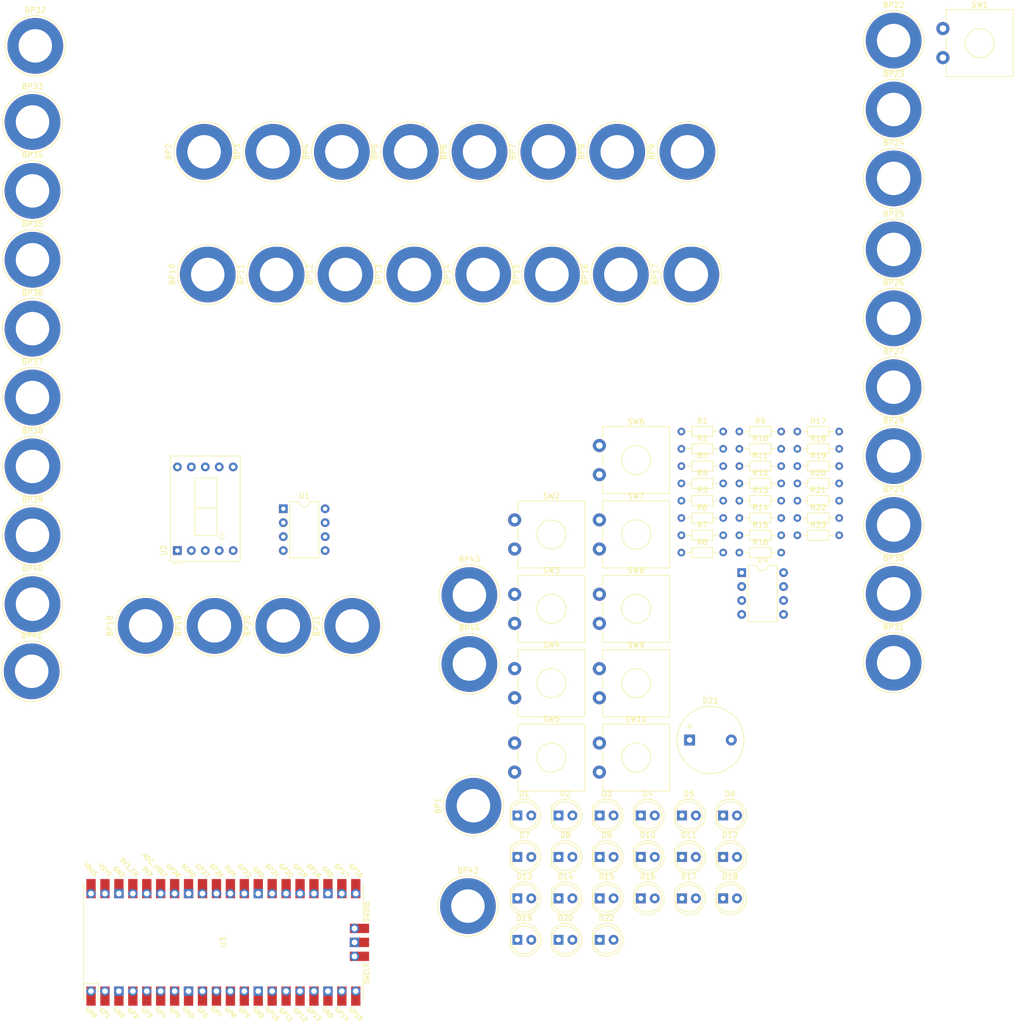
<source format=kicad_pcb>
(kicad_pcb (version 20221018) (generator pcbnew)
  (layers (0 "F.Cu" signal) (31 "B.Cu" signal) (34 "B.Paste" user) (35 "F.Paste" user) (36 "B.SilkS" user "B.Silkscreen") (37 "F.SilkS" user "F.Silkscreen") (38 "B.Mask" user) (39 "F.Mask" user) (44 "Edge.Cuts" user))
  (net 0 "")
  (net 1 "GNDREF")
  (net 2 "Net-(D16-K)")
  (net 3 "Net-(D5-K)")
  (net 4 "Net-(D6-K)")
  (net 5 "Net-(D7-K)")
  (net 6 "Net-(D8-K)")
  (net 7 "Net-(D9-K)")
  (net 8 "Net-(D10-K)")
  (net 9 "Net-(D11-K)")
  (net 10 "Net-(D12-K)")
  (net 11 "Net-(D13-K)")
  (net 12 "Net-(D14-K)")
  (net 13 "Net-(D15-K)")
  (net 14 "Net-(D17-K)")
  (net 15 "Net-(D18-K)")
  (net 16 "Net-(D19-K)")
  (net 17 "Net-(D20-K)")
  (net 18 "Net-(D22-K)")
  (net 19 "Net-(U4--)")
  (net 20 "+5V")
  (net 21 "Net-(D4-K)")
  (net 22 "Net-(D3-K)")
  (net 23 "Net-(D2-K)")
  (net 24 "Net-(D1-K)")
  (net 26 "/V(input)")
  (net 28 "Net-(D22-A)")
  (net 30 "Net-(BP19-A)")
  (net 31 "Net-(BP20-A)")
  (net 32 "VDD")
  (net 33 "Net-(BP21-A)")
  (net 34 "Net-(BP18-A)")
  (net 35 "Vss")
  (net 48 "Net-(BP10-A)")
  (net 50 "Net-(BP11-A)")
  (net 52 "Net-(BP12-A)")
  (net 53 "Net-(BP13-A)")
  (net 54 "/automated testing (output lines)")
  (net 55 "Net-(BP15-A)")
  (net 57 "Net-(BP16-A)")
  (net 58 "Net-(BP17-A)")
  (net 59 "Net-(BP9-A)")
  (net 60 "Net-(BP8-A)")
  (net 62 "Net-(BP7-A)")
  (net 63 "Net-(BP6-A)")
  (net 64 "Net-(BP5-A)")
  (net 65 "Net-(BP4-A)")
  (net 67 "Net-(BP3-A)")
  (net 68 "Net-(BP2-A)")
  (net 72 "/clock signal(variable via lcd)")
  (net 74 "/Voltmeter Input Line")
  (net 78 "Net-(BP24-A)")
  (net 79 "Net-(BP36-A)")
  (net 80 "Net-(BP35-A)")
  (net 81 "Net-(BP34-A)")
  (net 82 "Net-(BP33-A)")
  (net 83 "Net-(BP32-A)")
  (net 84 "Net-(BP37-A)")
  (net 85 "Net-(BP38-A)")
  (net 86 "Net-(BP39-A)")
  (net 87 "Net-(BP40-A)")
  (net 88 "Net-(BP41-A)")
  (net 89 "Net-(BP22-A)")
  (net 90 "Net-(BP23-A)")
  (net 91 "Net-(BP25-A)")
  (net 92 "Net-(BP26-A)")
  (net 93 "Net-(BP27-A)")
  (net 94 "Net-(BP28-A)")
  (net 95 "Net-(BP29-A)")
  (net 96 "Net-(BP30-A)")
  (net 97 "Net-(BP31-A)")
  (net 98 "Net-(U1-Qe)")
  (net 99 "Net-(U1-Qd)")
  (net 100 "Net-(U1-Qc)")
  (net 102 "Net-(U1-Qb)")
  (net 103 "Net-(U1-Qa)")
  (net 104 "Net-(U1-Qf)")
  (net 105 "Net-(U1-Qg)")
  (net 106 "Net-(BP43-A)")
  (footprint "Connector:Banana_Jack_1Pin" (layer "F.Cu") (at 10.668 67.772)
    (fp_text reference "BP36" (at 0 -6.5) (layer "F.SilkS"))
    (fp_text value "banana plug")
    (pad "1" thru_hole circle (at 0 0) (size 10.16 10.16) (drill 6.1) (layers "*.Cu" "*.Mask") (net 79 "Net-(BP36-A)"))
  )
  (footprint "LED_THT:LED_D5.0mm_IRGrey" (layer "F.Cu") (at 114.052 164.016)
    (fp_text reference "D9" (at 1.27 -3.96) (layer "F.SilkS"))
    (fp_text value "CQY99")
    (pad "1" thru_hole rect (at 0 0) (size 1.8 1.8) (drill 0.9) (layers "*.Cu" "*.Mask") (net 7 "Net-(D9-K)"))
    (pad "2" thru_hole circle (at 2.54 0) (size 1.8 1.8) (drill 0.9) (layers "*.Cu" "*.Mask") (net 87 "Net-(BP40-A)"))
  )
  (footprint "Resistor_THT:R_Axial_DIN0204_L3.6mm_D1.6mm_P7.62mm_Horizontal" (layer "F.Cu") (at 139.522 92.816)
    (fp_text reference "R11" (at 3.81 -1.92) (layer "F.SilkS"))
    (fp_text value "330")
    (pad "1" thru_hole circle (at 0 0) (size 1.4 1.4) (drill 0.7) (layers "*.Cu" "*.Mask") (net 1 "GNDREF"))
    (pad "2" thru_hole oval (at 7.62 0) (size 1.4 1.4) (drill 0.7) (layers "*.Cu" "*.Mask") (net 9 "Net-(D11-K)"))
  )
  (footprint "Resistor_THT:R_Axial_DIN0204_L3.6mm_D1.6mm_P7.62mm_Horizontal" (layer "F.Cu") (at 139.522 108.566)
    (fp_text reference "R16" (at 3.81 -1.92) (layer "F.SilkS"))
    (fp_text value "330")
    (pad "1" thru_hole circle (at 0 0) (size 1.4 1.4) (drill 0.7) (layers "*.Cu" "*.Mask") (net 1 "GNDREF"))
    (pad "2" thru_hole oval (at 7.62 0) (size 1.4 1.4) (drill 0.7) (layers "*.Cu" "*.Mask") (net 2 "Net-(D16-K)"))
  )
  (footprint "LED_THT:LED_D5.0mm_IRGrey" (layer "F.Cu") (at 129.052 171.566)
    (fp_text reference "D17" (at 1.27 -3.96) (layer "F.SilkS"))
    (fp_text value "CQY99")
    (pad "1" thru_hole rect (at 0 0) (size 1.8 1.8) (drill 0.9) (layers "*.Cu" "*.Mask") (net 14 "Net-(D17-K)"))
    (pad "2" thru_hole circle (at 2.54 0) (size 1.8 1.8) (drill 0.9) (layers "*.Cu" "*.Mask") (net 94 "Net-(BP28-A)"))
  )
  (footprint "Package_DIP:DIP-8_W7.62mm" (layer "F.Cu") (at 139.952 112.216)
    (fp_text reference "U4" (at 3.81 -2.33) (layer "F.SilkS"))
    (fp_text value "LM741")
    (pad "1" thru_hole rect (at 0 0) (size 1.6 1.6) (drill 0.8) (layers "*.Cu" "*.Mask"))
    (pad "2" thru_hole oval (at 0 2.54) (size 1.6 1.6) (drill 0.8) (layers "*.Cu" "*.Mask") (net 19 "Net-(U4--)"))
    (pad "3" thru_hole oval (at 0 5.08) (size 1.6 1.6) (drill 0.8) (layers "*.Cu" "*.Mask") (net 26 "/V(input)"))
    (pad "4" thru_hole oval (at 0 7.62) (size 1.6 1.6) (drill 0.8) (layers "*.Cu" "*.Mask") (net 1 "GNDREF"))
    (pad "5" thru_hole oval (at 7.62 7.62) (size 1.6 1.6) (drill 0.8) (layers "*.Cu" "*.Mask"))
    (pad "6" thru_hole oval (at 7.62 5.08) (size 1.6 1.6) (drill 0.8) (layers "*.Cu" "*.Mask") (net 28 "Net-(D22-A)"))
    (pad "7" thru_hole oval (at 7.62 2.54) (size 1.6 1.6) (drill 0.8) (layers "*.Cu" "*.Mask") (net 20 "+5V"))
    (pad "8" thru_hole oval (at 7.62 0) (size 1.6 1.6) (drill 0.8) (layers "*.Cu" "*.Mask"))
  )
  (footprint "Connector:Banana_Jack_1Pin" (layer "F.Cu") (at 130.048 35.56 90)
    (fp_text reference "BP9" (at 0 -6.5 90) (layer "F.SilkS"))
    (fp_text value "banana plug")
    (pad "1" thru_hole circle (at 0 0 90) (size 10.16 10.16) (drill 6.1) (layers "*.Cu" "*.Mask") (net 59 "Net-(BP9-A)"))
  )
  (footprint "Connector:Banana_Jack_1Pin" (layer "F.Cu") (at 43.838 121.92 90)
    (fp_text reference "BP19" (at 0 -6.5 90) (layer "F.SilkS"))
    (fp_text value "banana plug")
    (pad "1" thru_hole circle (at 0 0 90) (size 10.16 10.16) (drill 6.1) (layers "*.Cu" "*.Mask") (net 30 "Net-(BP19-A)"))
  )
  (footprint "Resistor_THT:R_Axial_DIN0204_L3.6mm_D1.6mm_P7.62mm_Horizontal" (layer "F.Cu") (at 139.522 95.966)
    (fp_text reference "R12" (at 3.81 -1.92) (layer "F.SilkS"))
    (fp_text value "330")
    (pad "1" thru_hole circle (at 0 0) (size 1.4 1.4) (drill 0.7) (layers "*.Cu" "*.Mask") (net 1 "GNDREF"))
    (pad "2" thru_hole oval (at 7.62 0) (size 1.4 1.4) (drill 0.7) (layers "*.Cu" "*.Mask") (net 10 "Net-(D12-K)"))
  )
  (footprint "Resistor_THT:R_Axial_DIN0204_L3.6mm_D1.6mm_P7.62mm_Horizontal" (layer "F.Cu") (at 139.522 102.266)
    (fp_text reference "R14" (at 3.81 -1.92) (layer "F.SilkS"))
    (fp_text value "330")
    (pad "1" thru_hole circle (at 0 0) (size 1.4 1.4) (drill 0.7) (layers "*.Cu" "*.Mask") (net 1 "GNDREF"))
    (pad "2" thru_hole oval (at 7.62 0) (size 1.4 1.4) (drill 0.7) (layers "*.Cu" "*.Mask") (net 12 "Net-(D14-K)"))
  )
  (footprint "LED_THT:LED_D5.0mm_IRGrey" (layer "F.Cu") (at 121.552 156.466)
    (fp_text reference "D4" (at 1.27 -3.96) (layer "F.SilkS"))
    (fp_text value "CQY99")
    (pad "1" thru_hole rect (at 0 0) (size 1.8 1.8) (drill 0.9) (layers "*.Cu" "*.Mask") (net 21 "Net-(D4-K)"))
    (pad "2" thru_hole circle (at 2.54 0) (size 1.8 1.8) (drill 0.9) (layers "*.Cu" "*.Mask") (net 80 "Net-(BP35-A)"))
  )
  (footprint "Resistor_THT:R_Axial_DIN0204_L3.6mm_D1.6mm_P7.62mm_Horizontal" (layer "F.Cu") (at 150.092 92.816)
    (fp_text reference "R19" (at 3.81 -1.92) (layer "F.SilkS"))
    (fp_text value "330")
    (pad "1" thru_hole circle (at 0 0) (size 1.4 1.4) (drill 0.7) (layers "*.Cu" "*.Mask") (net 1 "GNDREF"))
    (pad "2" thru_hole oval (at 7.62 0) (size 1.4 1.4) (drill 0.7) (layers "*.Cu" "*.Mask") (net 16 "Net-(D19-K)"))
  )
  (footprint "Connector:Banana_Jack_1Pin" (layer "F.Cu") (at 11.176 16.256)
    (fp_text reference "BP32" (at 0 -6.5) (layer "F.SilkS"))
    (fp_text value "banana plug")
    (pad "1" thru_hole circle (at 0 0) (size 10.16 10.16) (drill 6.1) (layers "*.Cu" "*.Mask") (net 83 "Net-(BP32-A)"))
  )
  (footprint "LED_THT:LED_D5.0mm_IRGrey" (layer "F.Cu") (at 121.552 164.016)
    (fp_text reference "D10" (at 1.27 -3.96) (layer "F.SilkS"))
    (fp_text value "CQY99")
    (pad "1" thru_hole rect (at 0 0) (size 1.8 1.8) (drill 0.9) (layers "*.Cu" "*.Mask") (net 8 "Net-(D10-K)"))
    (pad "2" thru_hole circle (at 2.54 0) (size 1.8 1.8) (drill 0.9) (layers "*.Cu" "*.Mask") (net 88 "Net-(BP41-A)"))
  )
  (footprint "LED_THT:LED_D5.0mm_IRGrey" (layer "F.Cu") (at 136.552 156.466)
    (fp_text reference "D6" (at 1.27 -3.96) (layer "F.SilkS"))
    (fp_text value "CQY99")
    (pad "1" thru_hole rect (at 0 0) (size 1.8 1.8) (drill 0.9) (layers "*.Cu" "*.Mask") (net 4 "Net-(D6-K)"))
    (pad "2" thru_hole circle (at 2.54 0) (size 1.8 1.8) (drill 0.9) (layers "*.Cu" "*.Mask") (net 84 "Net-(BP37-A)"))
  )
  (footprint "Resistor_THT:R_Axial_DIN0204_L3.6mm_D1.6mm_P7.62mm_Horizontal" (layer "F.Cu") (at 128.952 102.266)
    (fp_text reference "R6" (at 3.81 -1.92) (layer "F.SilkS"))
    (fp_text value "330")
    (pad "1" thru_hole circle (at 0 0) (size 1.4 1.4) (drill 0.7) (layers "*.Cu" "*.Mask") (net 1 "GNDREF"))
    (pad "2" thru_hole oval (at 7.62 0) (size 1.4 1.4) (drill 0.7) (layers "*.Cu" "*.Mask") (net 4 "Net-(D6-K)"))
  )
  (footprint "Connector:Banana_Jack_1Pin" (layer "F.Cu") (at 167.64 103.54)
    (fp_text reference "BP29" (at 0 -6.5) (layer "F.SilkS"))
    (fp_text value "banana plug")
    (pad "1" thru_hole circle (at 0 0) (size 10.16 10.16) (drill 6.1) (layers "*.Cu" "*.Mask") (net 95 "Net-(BP29-A)"))
  )
  (footprint "Resistor_THT:R_Axial_DIN0204_L3.6mm_D1.6mm_P7.62mm_Horizontal" (layer "F.Cu") (at 150.092 102.266)
    (fp_text reference "R22" (at 3.81 -1.92) (layer "F.SilkS"))
    (fp_text value "330")
    (pad "1" thru_hole circle (at 0 0) (size 1.4 1.4) (drill 0.7) (layers "*.Cu" "*.Mask") (net 1 "GNDREF"))
    (pad "2" thru_hole oval (at 7.62 0) (size 1.4 1.4) (drill 0.7) (layers "*.Cu" "*.Mask") (net 19 "Net-(U4--)"))
  )
  (footprint "Resistor_THT:R_Axial_DIN0204_L3.6mm_D1.6mm_P7.62mm_Horizontal" (layer "F.Cu") (at 150.092 95.966)
    (fp_text reference "R20" (at 3.81 -1.92) (layer "F.SilkS"))
    (fp_text value "330")
    (pad "1" thru_hole circle (at 0 0) (size 1.4 1.4) (drill 0.7) (layers "*.Cu" "*.Mask") (net 1 "GNDREF"))
    (pad "2" thru_hole oval (at 7.62 0) (size 1.4 1.4) (drill 0.7) (layers "*.Cu" "*.Mask") (net 17 "Net-(D20-K)"))
  )
  (footprint "Button_Switch_THT:SW_CW_GPTS203211B" (layer "F.Cu") (at 114.002 89.066)
    (fp_text reference "SW6" (at 6.7 -4.35) (layer "F.SilkS"))
    (fp_text value "SW_DIP_x01")
    (pad "1" thru_hole circle (at 0 0) (size 2.4 2.4) (drill 1.2) (layers "*.Cu" "*.Mask") (net 20 "+5V"))
    (pad "2" thru_hole circle (at 0 5.3) (size 2.4 2.4) (drill 1.2) (layers "*.Cu" "*.Mask") (net 87 "Net-(BP40-A)"))
  )
  (footprint "LED_THT:LED_D5.0mm_IRGrey" (layer "F.Cu") (at 99.052 164.016)
    (fp_text reference "D7" (at 1.27 -3.96) (layer "F.SilkS"))
    (fp_text value "CQY99")
    (pad "1" thru_hole rect (at 0 0) (size 1.8 1.8) (drill 0.9) (layers "*.Cu" "*.Mask") (net 5 "Net-(D7-K)"))
    (pad "2" thru_hole circle (at 2.54 0) (size 1.8 1.8) (drill 0.9) (layers "*.Cu" "*.Mask") (net 85 "Net-(BP38-A)"))
  )
  (footprint "LED_THT:LED_D5.0mm_IRGrey" (layer "F.Cu") (at 114.052 156.466)
    (fp_text reference "D3" (at 1.27 -3.96) (layer "F.SilkS"))
    (fp_text value "CQY99")
    (pad "1" thru_hole rect (at 0 0) (size 1.8 1.8) (drill 0.9) (layers "*.Cu" "*.Mask") (net 22 "Net-(D3-K)"))
    (pad "2" thru_hole circle (at 2.54 0) (size 1.8 1.8) (drill 0.9) (layers "*.Cu" "*.Mask") (net 81 "Net-(BP34-A)"))
  )
  (footprint "Button_Switch_THT:SW_CW_GPTS203211B" (layer "F.Cu") (at 114.002 129.716)
    (fp_text reference "SW9" (at 6.7 -4.35) (layer "F.SilkS"))
    (fp_text value "SW_DIP_x01")
    (pad "1" thru_hole circle (at 0 0) (size 2.4 2.4) (drill 1.2) (layers "*.Cu" "*.Mask") (net 20 "+5V"))
    (pad "2" thru_hole circle (at 0 5.3) (size 2.4 2.4) (drill 1.2) (layers "*.Cu" "*.Mask") (net 83 "Net-(BP32-A)"))
  )
  (footprint "Connector:Banana_Jack_1Pin" (layer "F.Cu") (at 167.64 65.89)
    (fp_text reference "BP26" (at 0 -6.5) (layer "F.SilkS"))
    (fp_text value "banana plug")
    (pad "1" thru_hole circle (at 0 0) (size 10.16 10.16) (drill 6.1) (layers "*.Cu" "*.Mask") (net 92 "Net-(BP26-A)"))
  )
  (footprint "Connector:Banana_Jack_1Pin" (layer "F.Cu") (at 67.056 35.56 90)
    (fp_text reference "BP4" (at 0 -6.5 90) (layer "F.SilkS"))
    (fp_text value "banana plug")
    (pad "1" thru_hole circle (at 0 0 90) (size 10.16 10.16) (drill 6.1) (layers "*.Cu" "*.Mask") (net 65 "Net-(BP4-A)"))
  )
  (footprint "Connector:Banana_Jack_1Pin" (layer "F.Cu") (at 56.388 121.92 90)
    (fp_text reference "BP20" (at 0 -6.5 90) (layer "F.SilkS"))
    (fp_text value "banana plug")
    (pad "1" thru_hole circle (at 0 0 90) (size 10.16 10.16) (drill 6.1) (layers "*.Cu" "*.Mask") (net 31 "Net-(BP20-A)"))
  )
  (footprint "Connector:Banana_Jack_1Pin" (layer "F.Cu") (at 117.256 35.56 90)
    (fp_text reference "BP8" (at 0 -6.5 90) (layer "F.SilkS"))
    (fp_text value "banana plug")
    (pad "1" thru_hole circle (at 0 0 90) (size 10.16 10.16) (drill 6.1) (layers "*.Cu" "*.Mask") (net 60 "Net-(BP8-A)"))
  )
  (footprint "Connector:Banana_Jack_1Pin" (layer "F.Cu") (at 104.706 35.56 90)
    (fp_text reference "BP7" (at 0 -6.5 90) (layer "F.SilkS"))
    (fp_text value "banana plug")
    (pad "1" thru_hole circle (at 0 0 90) (size 10.16 10.16) (drill 6.1) (layers "*.Cu" "*.Mask") (net 62 "Net-(BP7-A)"))
  )
  (footprint "Button_Switch_THT:SW_CW_GPTS203211B" (layer "F.Cu") (at 114.002 116.166)
    (fp_text reference "SW8" (at 6.7 -4.35) (layer "F.SilkS"))
    (fp_text value "SW_DIP_x01")
    (pad "1" thru_hole circle (at 0 0) (size 2.4 2.4) (drill 1.2) (layers "*.Cu" "*.Mask") (net 20 "+5V"))
    (pad "2" thru_hole circle (at 0 5.3) (size 2.4 2.4) (drill 1.2) (layers "*.Cu" "*.Mask") (net 82 "Net-(BP33-A)"))
  )
  (footprint "LED_THT:LED_D5.0mm_IRGrey" (layer "F.Cu") (at 106.552 164.016)
    (fp_text reference "D8" (at 1.27 -3.96) (layer "F.SilkS"))
    (fp_text value "CQY99")
    (pad "1" thru_hole rect (at 0 0) (size 1.8 1.8) (drill 0.9) (layers "*.Cu" "*.Mask") (net 6 "Net-(D8-K)"))
    (pad "2" thru_hole circle (at 2.54 0) (size 1.8 1.8) (drill 0.9) (layers "*.Cu" "*.Mask") (net 86 "Net-(BP39-A)"))
  )
  (footprint "Connector:Banana_Jack_1Pin" (layer "F.Cu") (at 167.64 40.398)
    (fp_text reference "BP24" (at 0 -6.5) (layer "F.SilkS"))
    (fp_text value "banana plug")
    (pad "1" thru_hole circle (at 0 0) (size 10.16 10.16) (drill 6.1) (layers "*.Cu" "*.Mask") (net 78 "Net-(BP24-A)"))
  )
  (footprint "Resistor_THT:R_Axial_DIN0204_L3.6mm_D1.6mm_P7.62mm_Horizontal" (layer "F.Cu") (at 150.092 86.516)
    (fp_text reference "R17" (at 3.81 -1.92) (layer "F.SilkS"))
    (fp_text value "330")
    (pad "1" thru_hole circle (at 0 0) (size 1.4 1.4) (drill 0.7) (layers "*.Cu" "*.Mask") (net 1 "GNDREF"))
    (pad "2" thru_hole oval (at 7.62 0) (size 1.4 1.4) (drill 0.7) (layers "*.Cu" "*.Mask") (net 14 "Net-(D17-K)"))
  )
  (footprint "Button_Switch_THT:SW_CW_GPTS203211B" (layer "F.Cu") (at 176.622 13.098)
    (fp_text reference "SW1" (at 6.7 -4.35) (layer "F.SilkS"))
    (fp_text value "SW_DIP_x01")
    (pad "1" thru_hole circle (at 0 0) (size 2.4 2.4) (drill 1.2) (layers "*.Cu" "*.Mask") (net 20 "+5V"))
    (pad "2" thru_hole circle (at 0 5.3) (size 2.4 2.4) (drill 1.2) (layers "*.Cu" "*.Mask") (net 80 "Net-(BP35-A)"))
  )
  (footprint "LED_THT:LED_D5.0mm_IRGrey" (layer "F.Cu") (at 136.552 171.566)
    (fp_text reference "D18" (at 1.27 -3.96) (layer "F.SilkS"))
    (fp_text value "CQY99")
    (pad "1" thru_hole rect (at 0 0) (size 1.8 1.8) (drill 0.9) (layers "*.Cu" "*.Mask") (net 15 "Net-(D18-K)"))
    (pad "2" thru_hole circle (at 2.54 0) (size 1.8 1.8) (drill 0.9) (layers "*.Cu" "*.Mask") (net 95 "Net-(BP29-A)"))
  )
  (footprint "Connector:Banana_Jack_1Pin" (layer "F.Cu") (at 167.64 15.298)
    (fp_text reference "BP22" (at 0 -6.5) (layer "F.SilkS"))
    (fp_text value "banana plug")
    (pad "1" thru_hole circle (at 0 0) (size 10.16 10.16) (drill 6.1) (layers "*.Cu" "*.Mask") (net 89 "Net-(BP22-A)"))
  )
  (footprint "Connector:Banana_Jack_1Pin" (layer "F.Cu") (at 10.668 117.972)
    (fp_text reference "BP40" (at 0 -6.5) (layer "F.SilkS"))
    (fp_text value "banana plug")
    (pad "1" thru_hole circle (at 0 0) (size 10.16 10.16) (drill 6.1) (layers "*.Cu" "*.Mask") (net 87 "Net-(BP40-A)"))
  )
  (footprint "LED_THT:LED_D5.0mm_IRGrey" (layer "F.Cu") (at 114.052 179.116)
    (fp_text reference "D22" (at 1.27 -3.96) (layer "F.SilkS"))
    (fp_text value "LED")
    (pad "1" thru_hole rect (at 0 0) (size 1.8 1.8) (drill 0.9) (layers "*.Cu" "*.Mask") (net 18 "Net-(D22-K)"))
    (pad "2" thru_hole circle (at 2.54 0) (size 1.8 1.8) (drill 0.9) (layers "*.Cu" "*.Mask") (net 28 "Net-(D22-A)"))
  )
  (footprint "LED_THT:LED_D5.0mm_IRGrey" (layer "F.Cu") (at 106.552 156.466)
    (fp_text reference "D2" (at 1.27 -3.96) (layer "F.SilkS"))
    (fp_text value "CQY99")
    (pad "1" thru_hole rect (at 0 0) (size 1.8 1.8) (drill 0.9) (layers "*.Cu" "*.Mask") (net 23 "Net-(D2-K)"))
    (pad "2" thru_hole circle (at 2.54 0) (size 1.8 1.8) (drill 0.9) (layers "*.Cu" "*.Mask") (net 82 "Net-(BP33-A)"))
  )
  (footprint "LED_THT:LED_D5.0mm_IRGrey" (layer "F.Cu") (at 106.552 179.116)
    (fp_text reference "D20" (at 1.27 -3.96) (layer "F.SilkS"))
    (fp_text value "CQY99")
    (pad "1" thru_hole rect (at 0 0) (size 1.8 1.8) (drill 0.9) (layers "*.Cu" "*.Mask") (net 17 "Net-(D20-K)"))
    (pad "2" thru_hole circle (at 2.54 0) (size 1.8 1.8) (drill 0.9) (layers "*.Cu" "*.Mask") (net 97 "Net-(BP31-A)"))
  )
  (footprint "Connector:Banana_Jack_1Pin" (layer "F.Cu") (at 167.64 53.34)
    (fp_text reference "BP25" (at 0 -6.5) (layer "F.SilkS"))
    (fp_text value "banana plug")
    (pad "1" thru_hole circle (at 0 0) (size 10.16 10.16) (drill 6.1) (layers "*.Cu" "*.Mask") (net 91 "Net-(BP25-A)"))
  )
  (footprint "Button_Switch_THT:SW_CW_GPTS203211B" (layer "F.Cu") (at 98.552 129.716)
    (fp_text reference "SW4" (at 6.7 -4.35) (layer "F.SilkS"))
    (fp_text value "SW_DIP_x01")
    (pad "1" thru_hole circle (at 0 0) (size 2.4 2.4) (drill 1.2) (layers "*.Cu" "*.Mask") (net 20 "+5V"))
    (pad "2" thru_hole circle (at 0 5.3) (size 2.4 2.4) (drill 1.2) (layers "*.Cu" "*.Mask") (net 85 "Net-(BP38-A)"))
  )
  (footprint "Connector:Banana_Jack_1Pin" (layer "F.Cu") (at 80.264 57.912 90)
    (fp_text reference "BP13" (at 0 -6.5 90) (layer "F.SilkS"))
    (fp_text value "banana plug")
    (pad "1" thru_hole circle (at 0 0 90) (size 10.16 10.16) (drill 6.1) (layers "*.Cu" "*.Mask") (net 53 "Net-(BP13-A)"))
  )
  (footprint "Connector:Banana_Jack_1Pin" (layer "F.Cu") (at 10.668 42.672)
    (fp_text reference "BP34" (at 0 -6.5) (layer "F.SilkS"))
    (fp_text value "banana plug")
    (pad "1" thru_hole circle (at 0 0) (size 10.16 10.16) (drill 6.1) (layers "*.Cu" "*.Mask") (net 81 "Net-(BP34-A)"))
  )
  (footprint "Button_Switch_THT:SW_CW_GPTS203211B" (layer "F.Cu") (at 98.552 116.166)
    (fp_text reference "SW3" (at 6.7 -4.35) (layer "F.SilkS"))
    (fp_text value "SW_DIP_x01")
    (pad "1" thru_hole circle (at 0 0) (size 2.4 2.4) (drill 1.2) (layers "*.Cu" "*.Mask") (net 20 "+5V"))
    (pad "2" thru_hole circle (at 0 5.3) (size 2.4 2.4) (drill 1.2) (layers "*.Cu" "*.Mask") (net 84 "Net-(BP37-A)"))
  )
  (footprint "Connector:Banana_Jack_1Pin" (layer "F.Cu") (at 10.668 30.122)
    (fp_text reference "BP33" (at 0 -6.5) (layer "F.SilkS"))
    (fp_text value "banana plug")
    (pad "1" thru_hole circle (at 0 0) (size 10.16 10.16) (drill 6.1) (layers "*.Cu" "*.Mask") (net 82 "Net-(BP33-A)"))
  )
  (footprint "Resistor_THT:R_Axial_DIN0204_L3.6mm_D1.6mm_P7.62mm_Horizontal" (layer "F.Cu") (at 128.952 86.516)
    (fp_text reference "R1" (at 3.81 -1.92) (layer "F.SilkS"))
    (fp_text value "330")
    (pad "1" thru_hole circle (at 0 0) (size 1.4 1.4) (drill 0.7) (layers "*.Cu" "*.Mask") (net 1 "GNDREF"))
    (pad "2" thru_hole oval (at 7.62 0) (size 1.4 1.4) (drill 0.7) (layers "*.Cu" "*.Mask") (net 24 "Net-(D1-K)"))
  )
  (footprint "Button_Switch_THT:SW_CW_GPTS203211B" (layer "F.Cu") (at 98.552 102.616)
    (fp_text reference "SW2" (at 6.7 -4.35) (layer "F.SilkS"))
    (fp_text value "SW_DIP_x01")
    (pad "1" thru_hole circle (at 0 0) (size 2.4 2.4) (drill 1.2) (layers "*.Cu" "*.Mask") (net 20 "+5V"))
    (pad "2" thru_hole circle (at 0 5.3) (size 2.4 2.4) (drill 1.2) (layers "*.Cu" "*.Mask") (net 79 "Net-(BP36-A)"))
  )
  (footprint "Connector:Banana_Jack_1Pin" (layer "F.Cu") (at 10.518 130.198)
    (fp_text reference "BP41" (at 0 -6.5) (layer "F.SilkS"))
    (fp_text value "banana plug")
    (pad "1" thru_hole circle (at 0 0) (size 10.16 10.16) (drill 6.1) (layers "*.Cu" "*.Mask") (net 88 "Net-(BP41-A)"))
  )
  (footprint "Resistor_THT:R_Axial_DIN0204_L3.6mm_D1.6mm_P7.62mm_Horizontal" (layer "F.Cu") (at 128.952 99.116)
    (fp_text reference "R5" (at 3.81 -1.92) (layer "F.SilkS"))
    (fp_text value "330")
    (pad "1" thru_hole circle (at 0 0) (size 1.4 1.4) (drill 0.7) (layers "*.Cu" "*.Mask") (net 1 "GNDREF"))
    (pad "2" thru_hole oval (at 7.62 0) (size 1.4 1.4) (drill 0.7) (layers "*.Cu" "*.Mask") (net 3 "Net-(D5-K)"))
  )
  (footprint "Connector:Banana_Jack_1Pin" (layer "F.Cu") (at 10.668 80.322)
    (fp_text reference "BP37" (at 0 -6.5) (layer "F.SilkS"))
    (fp_text value "banana plug")
    (pad "1" thru_hole circle (at 0 0) (size 10.16 10.16) (drill 6.1) (layers "*.Cu" "*.Mask") (net 84 "Net-(BP37-A)"))
  )
  (footprint "Connector:Banana_Jack_1Pin" (layer "F.Cu") (at 41.956 35.56 90)
    (fp_text reference "BP2" (at 0 -6.5 90) (layer "F.SilkS"))
    (fp_text value "banana plug")
    (pad "1" thru_hole circle (at 0 0 90) (size 10.16 10.16) (drill 6.1) (layers "*.Cu" "*.Mask") (net 68 "Net-(BP2-A)"))
  )
  (footprint "Connector:Banana_Jack_1Pin" (layer "F.Cu") (at 67.714 57.912 90)
    (fp_text reference "BP12" (at 0 -6.5 90) (layer "F.SilkS"))
    (fp_text value "banana plug")
    (pad "1" thru_hole circle (at 0 0 90) (size 10.16 10.16) (drill 6.1) (layers "*.Cu" "*.Mask") (net 52 "Net-(BP12-A)"))
  )
  (footprint "Connector:Banana_Jack_1Pin" (layer "F.Cu") (at 10.668 105.422)
    (fp_text reference "BP39" (at 0 -6.5) (layer "F.SilkS"))
    (fp_text value "banana plug")
    (pad "1" thru_hole circle (at 0 0) (size 10.16 10.16) (drill 6.1) (layers "*.Cu" "*.Mask") (net 86 "Net-(BP39-A)"))
  )
  (footprint "Resistor_THT:R_Axial_DIN0204_L3.6mm_D1.6mm_P7.62mm_Horizontal" (layer "F.Cu") (at 139.522 99.116)
    (fp_text reference "R13" (at 3.81 -1.92) (layer "F.SilkS"))
    (fp_text value "330")
    (pad "1" thru_hole circle (at 0 0) (size 1.4 1.4) (drill 0.7) (layers "*.Cu" "*.Mask") (net 1 "GNDREF"))
    (pad "2" thru_hole oval (at 7.62 0) (size 1.4 1.4) (drill 0.7) (layers "*.Cu" "*.Mask") (net 11 "Net-(D13-K)"))
  )
  (footprint "Resistor_THT:R_Axial_DIN0204_L3.6mm_D1.6mm_P7.62mm_Horizontal" (layer "F.Cu") (at 150.092 89.666)
    (fp_text reference "R18" (at 3.81 -1.92) (layer "F.SilkS"))
    (fp_text value "330")
    (pad "1" thru_hole circle (at 0 0) (size 1.4 1.4) (drill 0.7) (layers "*.Cu" "*.Mask") (net 1 "GNDREF"))
    (pad "2" thru_hole oval (at 7.62 0) (size 1.4 1.4) (drill 0.7) (layers "*.Cu" "*.Mask") (net 15 "Net-(D18-K)"))
  )
  (footprint "LED_THT:LED_D5.0mm_IRGrey" (layer "F.Cu") (at 99.052 179.116)
    (fp_text reference "D19" (at 1.27 -3.96) (layer "F.SilkS"))
    (fp_text value "CQY99")
    (pad "1" thru_hole rect (at 0 0) (size 1.8 1.8) (drill 0.9) (layers "*.Cu" "*.Mask") (net 16 "Net-(D19-K)"))
    (pad "2" thru_hole circle (at 2.54 0) (size 1.8 1.8) (drill 0.9) (layers "*.Cu" "*.Mask") (net 96 "Net-(BP30-A)"))
  )
  (footprint "Connector:Banana_Jack_1Pin" (layer "F.Cu") (at 54.506 35.56 90)
    (fp_text reference "BP3" (at 0 -6.5 90) (layer "F.SilkS"))
    (fp_text value "banana plug")
    (pad "1" thru_hole circle (at 0 0 90) (size 10.16 10.16) (drill 6.1) (layers "*.Cu" "*.Mask") (net 67 "Net-(BP3-A)"))
  )
  (footprint "Resistor_THT:R_Axial_DIN0204_L3.6mm_D1.6mm_P7.62mm_Horizontal" (layer "F.Cu") (at 139.522 89.666)
    (fp_text reference "R10" (at 3.81 -1.92) (layer "F.SilkS"))
    (fp_text value "330")
    (pad "1" thru_hole circle (at 0 0) (size 1.4 1.4) (drill 0.7) (layers "*.Cu" "*.Mask") (net 1 "GNDREF"))
    (pad "2" thru_hole oval (at 7.62 0) (size 1.4 1.4) (drill 0.7) (layers "*.Cu" "*.Mask") (net 8 "Net-(D10-K)"))
  )
  (footprint "Resistor_THT:R_Axial_DIN0204_L3.6mm_D1.6mm_P7.62mm_Horizontal" (layer "F.Cu") (at 139.522 86.516)
    (fp_text reference "R9" (at 3.81 -1.92) (layer "F.SilkS"))
    (fp_text value "330")
    (pad "1" thru_hole circle (at 0 0) (size 1.4 1.4) (drill 0.7) (layers "*.Cu" "*.Mask") (net 1 "GNDREF"))
    (pad "2" thru_hole oval (at 7.62 0) (size 1.4 1.4) (drill 0.7) (layers "*.Cu" "*.Mask") (net 7 "Net-(D9-K)"))
  )
  (footprint "Button_Switch_THT:SW_CW_GPTS203211B" (layer "F.Cu") (at 114.002 102.616)
    (fp_text reference "SW7" (at 6.7 -4.35) (layer "F.SilkS"))
    (fp_text value "SW_DIP_x01")
    (pad "1" thru_hole circle (at 0 0) (size 2.4 2.4) (drill 1.2) (layers "*.Cu" "*.Mask") (net 20 "+5V"))
    (pad "2" thru_hole circle (at 0 5.3) (size 2.4 2.4) (drill 1.2) (layers "*.Cu" "*.Mask") (net 81 "Net-(BP34-A)"))
  )
  (footprint "Connector:Banana_Jack_1Pin" (layer "F.Cu") (at 167.64 90.99)
    (fp_text reference "BP28" (at 0 -6.5) (layer "F.SilkS"))
    (fp_text value "banana plug")
    (pad "1" thru_hole circle (at 0 0) (size 10.16 10.16) (drill 6.1) (layers "*.Cu" "*.Mask") (net 94 "Net-(BP28-A)"))
  )
  (footprint "Resistor_THT:R_Axial_DIN0204_L3.6mm_D1.6mm_P7.62mm_Horizontal" (layer "F.Cu") (at 128.952 105.416)
    (fp_text reference "R7" (at 3.81 -1.92) (layer "F.SilkS"))
    (fp_text value "330")
    (pad "1" thru_hole circle (at 0 0) (size 1.4 1.4) (drill 0.7) (layers "*.Cu" "*.Mask") (net 1 "GNDREF"))
    (pad "2" thru_hole oval (at 7.62 0) (size 1.4 1.4) (drill 0.7) (layers "*.Cu" "*.Mask") (net 5 "Net-(D7-K)"))
  )
  (footprint "LED_THT:LED_D5.0mm_IRGrey" (layer "F.Cu") (at 99.052 171.566)
    (fp_text reference "D13" (at 1.27 -3.96) (layer "F.SilkS"))
    (fp_text value "CQY99")
    (pad "1" thru_hole rect (at 0 0) (size 1.8 1.8) (drill 0.9) (layers "*.Cu" "*.Mask") (net 11 "Net-(D13-K)"))
    (pad "2" thru_hole circle (at 2.54 0) (size 1.8 1.8) (drill 0.9) (layers "*.Cu" "*.Mask") (net 78 "Net-(BP24-A)"))
  )
  (footprint "LED_THT:LED_D5.0mm_IRGrey" (layer "F.Cu") (at 129.052 156.466)
    (fp_text reference "D5" (at 1.27 -3.96) (layer "F.SilkS"))
    (fp_text value "CQY99")
    (pad "1" thru_hole rect (at 0 0) (size 1.8 1.8) (drill 0.9) (layers "*.Cu" "*.Mask") (net 3 "Net-(D5-K)"))
    (pad "2" thru_hole circle (at 2.54 0) (size 1.8 1.8) (drill 0.9) (layers "*.Cu" "*.Mask") (net 79 "Net-(BP36-A)"))
  )
  (footprint "LED_THT:LED_D5.0mm_IRGrey" (layer "F.Cu") (at 129.052 164.016)
    (fp_text reference "D11" (at 1.27 -3.96) (layer "F.SilkS"))
    (fp_text value "CQY99")
    (pad "1" thru_hole rect (at 0 0) (size 1.8 1.8) (drill 0.9) (layers "*.Cu" "*.Mask") (net 9 "Net-(D11-K)"))
    (pad "2" thru_hole circle (at 2.54 0) (size 1.8 1.8) (drill 0.9) (layers "*.Cu" "*.Mask") (net 89 "Net-(BP22-A)"))
  )
  (footprint "Button_Switch_THT:SW_CW_GPTS203211B" (layer "F.Cu") (at 114.002 143.266)
    (fp_text reference "SW10" (at 6.7 -4.35) (layer "F.SilkS"))
    (fp_text value "SW_DIP_x01")
    (pad "1" thru_hole circle (at 0 0) (size 2.4 2.4) (drill 1.2) (layers "*.Cu" "*.Mask") (net 20 "+5V"))
    (pad "2" thru_hole circle (at 0 5.3) (size 2.4 2.4) (drill 1.2) (layers "*.Cu" "*.Mask") (net 88 "Net-(BP41-A)"))
  )
  (footprint "Resistor_THT:R_Axial_DIN0204_L3.6mm_D1.6mm_P7.62mm_Horizontal" (layer "F.Cu") (at 128.952 92.816)
    (fp_text reference "R3" (at 3.81 -1.92) (layer "F.SilkS"))
    (fp_text value "330")
    (pad "1" thru_hole circle (at 0 0) (size 1.4 1.4) (drill 0.7) (layers "*.Cu" "*.Mask") (net 1 "GNDREF"))
    (pad "2" thru_hole oval (at 7.62 0) (size 1.4 1.4) (drill 0.7) (layers "*.Cu" "*.Mask") (net 22 "Net-(D3-K)"))
  )
  (footprint "Connector:Banana_Jack_1Pin" (layer "F.Cu") (at 90.036 172.97)
    (fp_text reference "BP42" (at 0 -6.5) (layer "F.SilkS"))
    (fp_text value "banana plug")
    (pad "1" thru_hole circle (at 0 0) (size 10.16 10.16) (drill 6.1) (layers "*.Cu" "*.Mask") (net 26 "/V(input)"))
  )
  (footprint "Connector:Banana_Jack_1Pin" (layer "F.Cu") (at 92.814 57.912 90)
    (fp_text reference "BP14" (at 0 -6.5 90) (layer "F.SilkS"))
    (fp_text value "banana plug")
    (pad "1" thru_hole circle (at 0 0 90) (size 10.16 10.16) (drill 6.1) (layers "*.Cu" "*.Mask") (net 54 "/automated testing (output lines)"))
  )
  (footprint "Resistor_THT:R_Axial_DIN0204_L3.6mm_D1.6mm_P7.62mm_Horizontal" (layer "F.Cu") (at 150.092 99.116)
    (fp_text reference "R21" (at 3.81 -1.92) (layer "F.SilkS"))
    (fp_text value "330")
    (pad "1" thru_hole circle (at 0 0) (size 1.4 1.4) (drill 0.7) (layers "*.Cu" "*.Mask") (net 1 "GNDREF"))
    (pad "2" thru_hole oval (at 7.62 0) (size 1.4 1.4) (drill 0.7) (layers "*.Cu" "*.Mask") (net 18 "Net-(D22-K)"))
  )
  (footprint "Connector:Banana_Jack_1Pin" (layer "F.Cu") (at 91.052 154.682 90)
    (fp_text reference "BP1" (at 0 -6.5 90) (layer "F.SilkS"))
    (fp_text value "banana plug")
    (pad "1" thru_hole circle (at 0 0 90) (size 10.16 10.16) (drill 6.1) (layers "*.Cu" "*.Mask") (net 74 "/Voltmeter Input Line"))
  )
  (footprint "Connector:Banana_Jack_1Pin" (layer "F.Cu") (at 105.364 57.912 90)
    (fp_text reference "BP15" (at 0 -6.5 90) (layer "F.SilkS"))
    (fp_text value "banana plug")
    (pad "1" thru_hole circle (at 0 0 90) (size 10.16 10.16) (drill 6.1) (layers "*.Cu" "*.Mask") (net 55 "Net-(BP15-A)"))
  )
  (footprint "Connector:Banana_Jack_1Pin" (layer "F.Cu") (at 167.64 27.848)
    (fp_text reference "BP23" (at 0 -6.5) (layer "F.SilkS"))
    (fp_text value "banana plug")
    (pad "1" thru_hole circle (at 0 0) (size 10.16 10.16) (drill 6.1) (layers "*.Cu" "*.Mask") (net 90 "Net-(BP23-A)"))
  )
  (footprint "Connector:Banana_Jack_1Pin" (layer "F.Cu") (at 10.668 55.222)
    (fp_text reference "BP35" (at 0 -6.5) (layer "F.SilkS"))
    (fp_text value "banana plug")
    (pad "1" thru_hole circle (at 0 0) (size 10.16 10.16) (drill 6.1) (layers "*.Cu" "*.Mask") (net 80 "Net-(BP35-A)"))
  )
  (footprint "Connector:Banana_Jack_1Pin" (layer "F.Cu") (at 92.156 35.56 90)
    (fp_text reference "BP6" (at 0 -6.5 90) (layer "F.SilkS"))
    (fp_text value "banana plug")
    (pad "1" thru_hole circle (at 0 0 90) (size 10.16 10.16) (drill 6.1) (layers "*.Cu" "*.Mask") (net 63 "Net-(BP6-A)"))
  )
  (footprint "Resistor_THT:R_Axial_DIN0204_L3.6mm_D1.6mm_P7.62mm_Horizontal" (layer "F.Cu") (at 139.522 105.416)
    (fp_text reference "R15" (at 3.81 -1.92) (layer "F.SilkS"))
    (fp_text value "330")
    (pad "1" thru_hole circle (at 0 0) (size 1.4 1.4) (drill 0.7) (layers "*.Cu" "*.Mask") (net 1 "GNDREF"))
    (pad "2" thru_hole oval (at 7.62 0) (size 1.4 1.4) (drill 0.7) (layers "*.Cu" "*.Mask") (net 13 "Net-(D15-K)"))
  )
  (footprint "LED_THT:LED_D5.0mm_IRGrey" (layer "F.Cu") (at 99.052 156.466)
    (fp_text reference "D1" (at 1.27 -3.96) (layer "F.SilkS"))
    (fp_text value "CQY99")
    (pad "1" thru_hole rect (at 0 0) (size 1.8 1.8) (drill 0.9) (layers "*.Cu" "*.Mask") (net 24 "Net-(D1-K)"))
    (pad "2" thru_hole circle (at 2.54 0) (size 1.8 1.8) (drill 0.9) (layers "*.Cu" "*.Mask") (net 83 "Net-(BP32-A)"))
  )
  (footprint "Connector:Banana_Jack_1Pin" (layer "F.Cu") (at 42.614 57.912 90)
    (fp_text reference "BP10" (at 0 -6.5 90) (layer "F.SilkS"))
    (fp_text value "banana plug")
    (pad "1" thru_hole circle (at 0 0 90) (size 10.16 10.16) (drill 6.1) (layers "*.Cu" "*.Mask") (net 48 "Net-(BP10-A)"))
  )
  (footprint "Resistor_THT:R_Axial_DIN0204_L3.6mm_D1.6mm_P7.62mm_Horizontal" (layer "F.Cu") (at 128.952 95.966)
    (fp_text reference "R4" (at 3.81 -1.92) (layer "F.SilkS"))
    (fp_text value "330")
    (pad "1" thru_hole circle (at 0 0) (size 1.4 1.4) (drill 0.7) (layers "*.Cu" "*.Mask") (net 1 "GNDREF"))
    (pad "2" thru_hole oval (at 7.62 0) (size 1.4 1.4) (drill 0.7) (layers "*.Cu" "*.Mask") (net 21 "Net-(D4-K)"))
  )
  (footprint "Resistor_THT:R_Axial_DIN0204_L3.6mm_D1.6mm_P7.62mm_Horizontal" (layer "F.Cu") (at 128.952 89.666)
    (fp_text reference "R2" (at 3.81 -1.92) (layer "F.SilkS"))
    (fp_text value "330")
    (pad "1" thru_hole circle (at 0 0) (size 1.4 1.4) (drill 0.7) (layers "*.Cu" "*.Mask") (net 1 "GNDREF"))
    (pad "2" thru_hole oval (at 7.62 0) (size 1.4 1.4) (drill 0.7) (layers "*.Cu" "*.Mask") (net 23 "Net-(D2-K)"))
  )
  (footprint "Connector:Banana_Jack_1Pin" (layer "F.Cu") (at 130.764 57.912 90)
    (fp_text reference "BP17" (at 0 -6.5 90) (layer "F.SilkS"))
    (fp_text value "banana plug")
    (pad "1" thru_hole circle (at 0 0 90) (size 10.16 10.16) (drill 6.1) (layers "*.Cu" "*.Mask") (net 58 "Net-(BP17-A)"))
  )
  (footprint "Connector:Banana_Jack_1Pin" (layer "F.Cu") (at 90.302 116.316)
    (fp_text reference "BP43" (at 0 -6.5) (layer "F.SilkS"))
    (fp_text value "banana plug")
    (pad "1" thru_hole circle (at 0 0) (size 10.16 10.16) (drill 6.1) (layers "*.Cu" "*.Mask") (net 106 "Net-(BP43-A)"))
  )
  (footprint "Connector:Banana_Jack_1Pin" (layer "F.Cu") (at 10.668 92.872)
    (fp_text reference "BP38" (at 0 -6.5) (layer "F.SilkS"))
    (fp_text value "banana plug")
    (pad "1" thru_hole circle (at 0 0) (size 10.16 10.16) (drill 6.1) (layers "*.Cu" "*.Mask") (net 85 "Net-(BP38-A)"))
  )
  (footprint "Connector:Banana_Jack_1Pin" (layer "F.Cu") (at 68.938 121.92 90)
    (fp_text reference "BP21" (at 0 -6.5 90) (layer "F.SilkS"))
    (fp_text value "banana plug")
    (pad "1" thru_hole circle (at 0 0 90) (size 10.16 10.16) (drill 6.1) (layers "*.Cu" "*.Mask") (net 33 "Net-(BP21-A)"))
  )
  (footprint "LED_THT:LED_D5.0mm_IRGrey" (layer "F.Cu") (at 106.552 171.566)
    (fp_text reference "D14" (at 1.27 -3.96) (layer "F.SilkS"))
    (fp_text value "CQY99")
    (pad "1" thru_hole rect (at 0 0) (size 1.8 1.8) (drill 0.9) (layers "*.Cu" "*.Mask") (net 12 "Net-(D14-K)"))
    (pad "2" thru_hole circle (at 2.54 0) (size 1.8 1.8) (drill 0.9) (layers "*.Cu" "*.Mask") (net 91 "Net-(BP25-A)"))
  )
  (footprint "Connector:Banana_Jack_1Pin" (layer "F.Cu") (at 117.914 57.912 90)
    (fp_text reference "BP16" (at 0 -6.5 90) (layer "F.SilkS"))
    (fp_text value "banana plug")
    (pad "1" thru_hole circle (at 0 0 90) (size 10.16 10.16) (drill 6.1) (layers "*.Cu" "*.Mask") (net 57 "Net-(BP16-A)"))
  )
  (footprint "MCU_RaspberryPi_and_Boards:RPi_Pico_SMD_TH" (layer "F.Cu") (at 45.466 179.578 90)
    (fp_text reference "U3" (at 0 0 90) (layer "F.SilkS"))
    (fp_text value "Pico")
    (fp_text user "GP11" (at -13.2 11.43 135) (layer "F.SilkS") (effects (font (size 0.8 0.8))))
    (fp_text user "GND" (at -12.8 -6.35 135) (layer "F.SilkS") (effects (font (size 0.8 0.8))))
    (fp_text user "VSYS" (at 13.2 -21.59 135) (layer "F.SilkS") (effects (font (size 0.8 0.8))))
    (fp_text user "3V3" (at 12.9 -13.9 135) (layer "F.SilkS") (effects (font (size 0.8 0.8))))
    (fp_text user "GP13" (at -13.054 16.51 135) (layer "F.SilkS") (effects (font (size 0.8 0.8))))
    (fp_text user "GP20" (at 13.054 11.43 135) (layer "F.SilkS") (effects (font (size 0.8 0.8))))
    (fp_text user "GND" (at 12.8 19.05 135) (layer "F.SilkS") (effects (font (size 0.8 0.8))))
    (fp_text user "RUN" (at 13 1.27 135) (layer "F.SilkS") (effects (font (size 0.8 0.8))))
    (fp_text user "GP6" (at -12.8 -3.81 135) (layer "F.SilkS") (effects (font (size 0.8 0.8))))
    (fp_text user "AGND" (at 13.054 -6.35 135) (layer "F.SilkS") (effects (font (size 0.8 0.8))))
    (fp_text user "GP8" (at -12.8 1.27 135) (layer "F.SilkS") (effects (font (size 0.8 0.8))))
    (fp_text user "GP0" (at -12.8 -24.13 135) (layer "F.SilkS") (effects (font (size 0.8 0.8))))
    (fp_text user "GP5" (at -12.8 -8.89 135) (layer "F.SilkS") (effects (font (size 0.8 0.8))))
    (fp_text user "GP15" (at -13.054 24.13 135) (layer "F.SilkS") (effects (font (size 0.8 0.8))))
    (fp_text user "GP22" (at 13.054 3.81 135) (layer "F.SilkS") (effects (font (size 0.8 0.8))))
    (fp_text user "GP10" (at -13.054 8.89 135) (layer "F.SilkS") (effects (font (size 0.8 0.8))))
    (fp_text user "GP26" (at 13.054 -1.27 135) (layer "F.SilkS") (effects (font (size 0.8 0.8))))
    (fp_text user "ADC_VREF" (at 14 -12.5 135) (layer "F.SilkS") (effects (font (size 0.8 0.8))))
    (fp_text user "SWCLK" (at -5.7 26.2 90) (layer "F.SilkS") (effects (font (size 0.8 0.8))))
    (fp_text user "GP3" (at -12.8 -13.97 135) (layer "F.SilkS") (effects (font (size 0.8 0.8))))
    (fp_text user "GP2" (at -12.9 -16.51 135) (layer "F.SilkS") (effects (font (size 0.8 0.8))))
    (fp_text user "GP1" (at -12.9 -21.6 135) (layer "F.SilkS") (effects (font (size 0.8 0.8))))
    (fp_text user "GND" (at 12.8 6.35 135) (layer "F.SilkS") (effects (font (size 0.8 0.8))))
    (fp_text user "GP28" (at 13.054 -9.144 135) (layer "F.SilkS") (effects (font (size 0.8 0.8))))
    (fp_text user "GP27" (at 13.054 -3.8 135) (layer "F.SilkS") (effects (font (size 0.8 0.8))))
    (fp_text user "GP16" (at 13.054 24.13 135) (layer "F.SilkS") (effects (font (size 0.8 0.8))))
    (fp_text user "GP17" (at 13.054 21.59 135) (layer "F.SilkS") (effects (font (size 0.8 0.8))))
    (fp_text user "GP7" (at -12.7 -1.3 135) (layer "F.SilkS") (effects (font (size 0.8 0.8))))
    (fp_text user "GND" (at 12.8 -19.05 135) (layer "F.SilkS") (effects (font (size 0.8 0.8))))
    (fp_text user "GP21" (at 13.054 8.9 135) (layer "F.SilkS") (effects (font (size 0.8 0.8))))
    (fp_text user "GP19" (at 13.054 13.97 135) (layer "F.SilkS") (effects (font (size 0.8 0.8))))
    (fp_text user "GND" (at -12.8 6.35 135) (layer "F.SilkS") (effects (font (size 0.8 0.8))))
    (fp_text user "GP12" (at -13.2 13.97 135) (layer "F.SilkS") (effects (font (size 0.8 0.8))))
    (fp_text user "GP9" (at -12.8 3.81 135) (layer "F.SilkS") (effects (font (size 0.8 0.8))))
    (fp_text user "GND" (at -12.8 -19.05 135) (layer "F.SilkS") (effects (font (size 0.8 0.8))))
    (fp_text user "GP18" (at 13.054 16.51 135) (layer "F.SilkS") (effects (font (size 0.8 0.8))))
    (fp_text user "SWDIO" (at 5.6 26.2 90) (layer "F.SilkS") (effects (font (size 0.8 0.8))))
    (fp_text user "GP14" (at -13.1 21.59 135) (layer "F.SilkS") (effects (font (size 0.8 0.8))))
    (fp_text user "GND" (at -12.8 19.05 135) (layer "F.SilkS") (effects (font (size 0.8 0.8))))
    (fp_text user "3V3_EN" (at 13.7 -17.2 135) (layer "F.SilkS") (effects (font (size 0.8 0.8))))
    (fp_text user "GP4" (at -12.8 -11.43 135) (layer "F.SilkS") (effects (font (size 0.8 0.8))))
    (fp_text user "VBUS" (at 13.3 -24.2 135) (layer "F.SilkS") (effects (font (size 0.8 0.8))))
    (pad "" np_thru_hole oval (at -2.725 -24 90) (size 1.8 1.8) (drill 1.8) (layers "*.Cu" "*.Mask"))
    (pad "" np_thru_hole oval (at -2.425 -20.97 90) (size 1.5 1.5) (drill 1.5) (layers "*.Cu" "*.Mask"))
    (pad "" np_thru_hole oval (at 2.425 -20.97 90) (size 1.5 1.5) (drill 1.5) (layers "*.Cu" "*.Mask"))
    (pad "" np_thru_hole oval (at 2.725 -24 90) (size 1.8 1.8) (drill 1.8) (layers "*.Cu" "*.Mask"))
    (pad "1" thru_hole oval (at -8.89 -24.13 90) (size 1.7 1.7) (drill 1.02) (layers "*.Cu" "*.Mask"))
    (pad "1" smd rect (at -8.89 -24.13 90) (size 3.5 1.7) (drill (offset -0.9 0)) (layers "F.Cu" "F.Mask"))
    (pad "2" thru_hole oval (at -8.89 -21.59 90) (size 1.7 1.7) (drill 1.02) (layers "*.Cu" "*.Mask"))
    (pad "2" smd rect (at -8.89 -21.59 90) (size 3.5 1.7) (drill (offset -0.9 0)) (layers "F.Cu" "F.Mask"))
    (pad "3" thru_hole rect (at -8.89 -19.05 90) (size 1.7 1.7) (drill 1.02) (layers "*.Cu" "*.Mask"))
    (pad "3" smd rect (at -8.89 -19.05 90) (size 3.5 1.7) (drill (offset -0.9 0)) (layers "F.Cu" "F.Mask"))
    (pad "4" thru_hole oval (at -8.89 -16.51 90) (size 1.7 1.7) (drill 1.02) (layers "*.Cu" "*.Mask") (net 74 "/Voltmeter Input Line"))
    (pad "4" smd rect (at -8.89 -16.51 90) (size 3.5 1.7) (drill (offset -0.9 0)) (layers "F.Cu" "F.Mask") (net 74 "/Voltmeter Input Line"))
    (pad "5" thru_hole oval (at -8.89 -13.97 90) (size 1.7 1.7) (drill 1.02) (layers "*.Cu" "*.Mask"))
    (pad "5" smd rect (at -8.89 -13.97 90) (size 3.5 1.7) (drill (offset -0.9 0)) (layers "F.Cu" "F.Mask"))
    (pad "6" thru_hole oval (at -8.89 -11.43 90) (size 1.7 1.7) (drill 1.02) (layers "*.Cu" "*.Mask") (net 72 "/clock signal(variable via lcd)"))
    (pad "6" smd rect (at -8.89 -11.43 90) (size 3.5 1.7) (drill (offset -0.9 0)) (layers "F.Cu" "F.Mask") (net 72 "/clock signal(variable via lcd)"))
    (pad "7" thru_hole oval (at -8.89 -8.89 90) (size 1.7 1.7) (drill 1.02) (layers "*.Cu" "*.Mask"))
    (pad "7" smd rect (at -8.89 -8.89 90) (size 3.5 1.7) (drill (offset -0.9 0)) (layers "F.Cu" "F.Mask"))
    (pad "8" thru_hole rect (at -8.89 -6.35 90) (size 1.7 1.7) (drill 1.02) (layers "*.Cu" "*.Mask") (net 1 "GNDREF"))
    (pad "8" smd rect (at -8.89 -6.35 90) (size 3.5 1.7) (drill (offset -0.9 0)) (layers "F.Cu" "F.Mask") (net 1 "GNDREF"))
    (pad "9" thru_hole oval (at -8.89 -3.81 90) (size 1.7 1.7) (drill 1.02) (layers "*.Cu" "*.Mask"))
    (pad "9" smd rect (at -8.89 -3.81 90) (size 3.5 1.7) (drill (offset -0.9 0)) (layers "F.Cu" "F.Mask"))
    (pad "10" thru_hole oval (at -8.89 -1.27 90) (size 1.7 1.7) (drill 1.02) (layers "*.Cu" "*.Mask"))
    (pad "10" smd rect (at -8.89 -1.27 90) (size 3.5 1.7) (drill (offset -0.9 0)) (layers "F.Cu" "F.Mask"))
    (pad "11" thru_hole oval (at -8.89 1.27 90) (size 1.7 1.7) (drill 1.02) (layers "*.Cu" "*.Mask") (net 68 "Net-(BP2-A)"))
    (pad "11" smd rect (at -8.89 1.27 90) (size 3.5 1.7) (drill (offset -0.9 0)) (layers "F.Cu" "F.Mask") (net 68 "Net-(BP2-A)"))
    (pad "12" thru_hole oval (at -8.89 3.81 90) (size 1.7 1.7) (drill 1.02) (layers "*.Cu" "*.Mask") (net 67 "Net-(BP3-A)"))
    (pad "12" smd rect (at -8.89 3.81 90) (size 3.5 1.7) (drill (offset -0.9 0)) (layers "F.Cu" "F.Mask") (net 67 "Net-(BP3-A)"))
    (pad "13" thru_hole rect (at -8.89 6.35 90) (size 1.7 1.7) (drill 1.02) (layers "*.Cu" "*.Mask"))
    (pad "13" smd rect (at -8.89 6.35 90) (size 3.5 1.7) (drill (offset -0.9 0)) (layers "F.Cu" "F.Mask"))
    (pad "14" thru_hole oval (at -8.89 8.89 90) (size 1.7 1.7) (drill 1.02) (layers "*.Cu" "*.Mask") (net 65 "Net-(BP4-A)"))
    (pad "14" smd rect (at -8.89 8.89 90) (size 3.5 1.7) (drill (offset -0.9 0)) (layers "F.Cu" "F.Mask") (net 65 "Net-(BP4-A)"))
    (pad "15" thru_hole oval (at -8.89 11.43 90) (size 1.7 1.7) (drill 1.02) (layers "*.Cu" "*.Mask") (net 64 "Net-(BP5-A)"))
    (pad "15" smd rect (at -8.89 11.43 90) (size 3.5 1.7) (drill (offset -0.9 0)) (layers "F.Cu" "F.Mask") (net 64 "Net-(BP5-A)"))
    (pad "16" thru_hole oval (at -8.89 13.97 90) (size 1.7 1.7) (drill 1.02) (layers "*.Cu" "*.Mask") (net 63 "Net-(BP6-A)"))
    (pad "16" smd rect (at -8.89 13.97 90) (size 3.5 1.7) (drill (offset -0.9 0)) (layers "F.Cu" "F.Mask") (net 63 "Net-(BP6-A)"))
    (pad "17" thru_hole oval (at -8.89 16.51 90) (size 1.7 1.7) (drill 1.02) (layers "*.Cu" "*.Mask") (net 62 "Net-(BP7-A)"))
    (pad "17" smd rect (at -8.89 16.51 90) (size 3.5 1.7) (drill (offset -0.9 0)) (layers "F.Cu" "F.Mask") (net 62 "Net-(BP7-A)"))
    (pad "18" thru_hole rect (at -8.89 19.05 90) (size 1.7 1.7) (drill 1.02) (layers "*.Cu" "*.Mask"))
    (pad "18" smd rect (at -8.89 19.05 90) (size 3.5 1.7) (drill (offset -0.9 0)) (layers "F.Cu" "F.Mask"))
    (pad "19" thru_hole oval (at -8.89 21.59 90) (size 1.7 1.7) (drill 1.02) (layers "*.Cu" "*.Mask") (net 60 "Net-(BP8-A)"))
    (pad "19" smd rect (at -8.89 21.59 90) (size 3.5 1.7) (drill (offset -0.9 0)) (layers "F.Cu" "F.Mask") (net 60 "Net-(BP8-A)"))
    (pad "20" thru_hole oval (at -8.89 24.13 90) (size 1.7 1.7) (drill 1.02) (layers "*.Cu" "*.Mask") (net 59 "Net-(BP9-A)"))
    (pad "20" smd rect (at -8.89 24.13 90) (size 3.5 1.7) (drill (offset -0.9 0)) (layers "F.Cu" "F.Mask") (net 59 "Net-(BP9-A)"))
    (pad "21" thru_hole oval (at 8.89 24.13 90) (size 1.7 1.7) (drill 1.02) (layers "*.Cu" "*.Mask") (net 58 "Net-(BP17-A)"))
    (pad "21" smd rect (at 8.89 24.13 90) (size 3.5 1.7) (drill (offset 0.9 0)) (layers "F.Cu" "F.Mask") (net 58 "Net-(BP17-A)"))
    (pad "22" thru_hole oval (at 8.89 21.59 90) (size 1.7 1.7) (drill 1.02) (layers "*.Cu" "*.Mask") (net 57 "Net-(BP16-A)"))
    (pad "22" smd rect (at 8.89 21.59 90) (size 3.5 1.7) (drill (offset 0.9 0)) (layers "F.Cu" "F.Mask") (net 57 "Net-(BP16-A)"))
    (pad "23" thru_hole rect (at 8.89 19.05 90) (size 1.7 1.7) (drill 1.02) (layers "*.Cu" "*.Mask"))
    (pad "23" smd rect (at 8.89 19.05 90) (size 3.5 1.7) (drill (offset 0.9 0)) (layers "F.Cu" "F.Mask"))
    (pad "24" thru_hole oval (at 8.89 16.51 90) (size 1.7 1.7) (drill 1.02) (layers "*.Cu" "*.Mask") (net 55 "Net-(BP15-A)"))
    (pad "24" smd rect (at 8.89 16.51 90) (size 3.5 1.7) (drill (offset 0.9 0)) (layers "F.Cu" "F.Mask") (net 55 "Net-(BP15-A)"))
    (pad "25" thru_hole oval (at 8.89 13.97 90) (size 1.7 1.7) (drill 1.02) (layers "*.Cu" "*.Mask") (net 54 "/automated testing (output lines)"))
    (pad "25" smd rect (at 8.89 13.97 90) (size 3.5 1.7) (drill (offset 0.9 0)) (layers "F.Cu" "F.Mask") (net 54 "/automated testing (output lines)"))
    (pad "26" thru_hole oval (at 8.89 11.43 90) (size 1.7 1.7) (drill 1.02) (layers "*.Cu" "*.Mask") (net 53 "Net-(BP13-A)"))
    (pad "26" smd rect (at 8.89 11.43 90) (size 3.5 1.7) (drill (offset 0.9 0)) (layers "F.Cu" "F.Mask") (net 53 "Net-(BP13-A)"))
    (pad "27" thru_hole oval (at 8.89 8.89 90) (size 1.7 1.7) (drill 1.02) (layers "*.Cu" "*.Mask") (net 52 "Net-(BP12-A)"))
    (pad "27" smd rect (at 8.89 8.89 90) (size 3.5 1.7) (drill (offset 0.9 0)) (layers "F.Cu" "F.Mask") (net 52 "Net-(BP12-A)"))
    (pad "28" thru_hole rect (at 8.89 6.35 90) (size 1.7 1.7) (drill 1.02) (layers "*.Cu" "*.Mask"))
    (pad "28" smd rect (at 8.89 6.35 90) (size 3.5 1.7) (drill (offset 0.9 0)) (layers "F.Cu" "F.Mask"))
    (pad "29" thru_hole oval (at 8.89 3.81 90) (size 1.7 1.7) (drill 1.02) (layers "*.Cu" "*.Mask") (net 50 "Net-(BP11-A)"))
    (pad "29" smd rect (at 8.89 3.81 90) (size 3.5 1.7) (drill (offset 0.9 0)) (layers "F.Cu" "F.Mask") (net 50 "Net-(BP11-A)"))
    (pad "30" thru_hole oval (at 8.89 1.27 90) (size 1.7 1.7) (drill 1.02) (layers "*.Cu" "*.Mask"))
    (pad "30" smd rect (at 8.89 1.27 90) (size 3.5 1.7) (drill (offset 0.9 0)) (layers "F.Cu" "F.Mask"))
    (pad "31" thru_hole oval (at 8.89 -1.27 90) (size 1.7 1.7) (drill 1.02) (layers "*.Cu" "*.Mask") (net 48 "Net-(BP10-A)"))
    (pad "31" smd rect (at 8.89 -1.27 90) (size 3.5 1.7) (drill (offset 0.9 0)) (layers "F.Cu" "F.Mask") (net 48 "Net-(BP10-A)"))
    (pad "32" thru_hole oval (at 8.89 -3.81 90) (size 1.7 1.7) (drill 1.02) (layers "*.Cu" "*.Mask"))
    (pad "32" smd rect (at 8.89 -3.81 90) (size 3.5 1.7) (drill (offset 0.9 0)) (layers "F.Cu" "F.Mask"))
    (pad "33" thru_hole rect (at 8.89 -6.35 90) (size 1.7 1.7) (drill 1.02) (layers "*.Cu" "*.Mask"))
    (pad "33" smd rect (at 8.89 -6.35 90) (size 3.5 1.7) (drill (offset 0.9 0)) (layers "F.Cu" "F.Mask"))
    (pad "34" thru_hole oval (at 8.89 -8.89 90) (size 1.7 1.7) (drill 1.02) (layers "*.Cu" "*.Mask"))
    (pad "34" smd rect (at 8.89 -8.89 90) (size 3.5 1.7) (drill (offset 0.9 0)) (layers "F.Cu" "F.Mask"))
    (pad "35" thru_hole oval (at 8.89 -11.43 90) (size 1.7 1.7) (drill 1.02) (layers "*.Cu" "*.Mask"))
    (pad "35" smd rect (at 8.89 -11.43 90) (size 3.5 1.7) (drill (offset 0.9 0)) (layers "F.Cu" "F.Mask"))
    (pad "36" thru_hole oval (at 8.89 -13.97 90) (size 1.7 1.7) (drill 1.02) (layers "*.Cu" "*.Mask"))
    (pad "36" smd rect (at 8.89 -13.97 90) (size 3.5 1.7) (drill (offset 0.9 0)) (layers "F.Cu" "F.Mask"))
    (pad "37" thru_hole oval (at 8.89 -16.51 90) (size 1.7 1.7) (drill 1.02) (layers "*.Cu" "*.Mask"))
    (pad "37" smd rect (at 8.89 -16.51 90) (size 3.5 1.7) (drill (offset 0.9 0)) (layers "F.Cu" "F.Mask"))
    (pad "38" thru_hole rect (at 8.89 -19.05 90) (size 1.7 1.7) (drill 1.02) (layers "*.Cu" "*.Mask"))
    (pad "38" smd rect (at 8.89 -19.05 90) (size 3.5 1.7) (drill (offset 0.9 0)) (layers "F.Cu" "F.Mask"))
    (pad "39" thru_hole oval (at 8.89 -21.59 90) (size 1.7 1.7) (drill 1.02) (layers "*.Cu" "*.Mask"))
    (pad "39" smd rect (at 8.89 -21.59 90) (size 3.5 1.7) (drill (offset 0.9 0)) (layers "F.Cu" "F.Mask"))
    (pad "40" thru_hole oval (at 8.89 -24.13 90) (size 1.7 1.7) (drill 1.02) (layers "*.Cu" "*.Mask"))
    (pad "40" smd rect (at 8.89 -24.13 90) (size 3.5 1.7) (drill (offset 0.9 0)) (layers "F.Cu" "F.Mask"))
    (pad "41" thru_hole oval (at -2.54 23.9 90) (size 1.7 1.7) (drill 1.02) (layers "*.Cu" "*.Mask"))
    (pad "41" smd rect (at -2.54 23.9 180) (size 3.5 1.7) (drill (offset -0.9 0)) (layers "F.Cu" "F.Mask"))
    (pad "42" thru_hole rect (at 0 23.9 90) (size 1.7 1.7) (drill 1.02) (layers "*.Cu" "*.Mask"))
    (pad "42" smd rect (at 0 23.9 180) (size 3.5 1.7) (drill (offset -0.9 0)) (layers "F.Cu" "F.Mask"))
    (pad "43" thru_hole oval (at 2.54 23.9 90) (size 1.7 1.7) (drill 1.02) (layers "*.Cu" "*.Mask"))
    (pad "43" smd rect (at 2.54 23.9 180) (size 3.5 1.7) (drill (offset -0.9 0)) (layers "F.Cu" "F.Mask"))
  )
  (footprint "LED_THT:LED_D5.0mm_IRGrey" (layer "F.Cu") (at 114.052 171.566)
    (fp_text reference "D15" (at 1.27 -3.96) (layer "F.SilkS"))
    (fp_text value "CQY99")
    (pad "1" thru_hole rect (at 0 0) (size 1.8 1.8) (drill 0.9) (layers "*.Cu" "*.Mask") (net 13 "Net-(D15-K)"))
    (pad "2" thru_hole circle (at 2.54 0) (size 1.8 1.8) (drill 0.9) (layers "*.Cu" "*.Mask") (net 92 "Net-(BP26-A)"))
  )
  (footprint "Display_7Segment:D1X8K" (layer "F.Cu") (at 37.084 108.204 90)
    (fp_text reference "U2" (at 0.03 -2.48 90) (layer "F.SilkS"))
    (fp_text value "D168K")
    (pad "1" thru_hole rect (at 0 0) (size 1.6 1.6) (drill 0.8) (layers "*.Cu" "*.Mask") (net 98 "Net-(U1-Qe)"))
    (pad "2" thru_hole circle (at 0 2.54) (size 1.6 1.6) (drill 0.8) (layers "*.Cu" "*.Mask") (net 99 "Net-(U1-Qd)"))
    (pad "3" thru_hole circle (at 0 5.08) (size 1.6 1.6) (drill 0.8) (layers "*.Cu" "*.Mask") (net 1 "GNDREF"))
    (pad "4" thru_hole circle (at 0 7.62) (size 1.6 1.6) (drill 0.8) (layers "*.Cu" "*.Mask") (net 100 "Net-(U1-Qc)"))
    (pad "5" thru_hole circle (at 0 10.16) (size 1.6 1.6) (drill 0.8) (layers "*.Cu" "*.Mask"))
    (pad "6" thru_hole circle (at 15.24 10.16) (size 1.6 1.6) (drill 0.8) (layers "*.Cu" "*.Mask") (net 102 "Net-(U1-Qb)"))
    (pad "7" thru_hole circle (at 15.24 7.62) (size 1.6 1.6) (drill 0.8) (layers "*.Cu" "*.Mask") (net 103 "Net-(U1-Qa)"))
    (pad "8" thru_hole circle (at 15.24 5.08) (size 1.6 1.6) (drill 0.8) (layers "*.Cu" "*.Mask") (net 1 "GNDREF"))
    (pad "9" thru_hole circle (at 15.24 2.54) (size 1.6 1.6) (drill 0.8) (layers "*.Cu" "*.Mask") (net 104 "Net-(U1-Qf)"))
    (pad "10" thru_hole circle (at 15.24 0) (size 1.6 1.6) (drill 0.8) (layers "*.Cu" "*.Mask") (net 105 "Net-(U1-Qg)"))
  )
  (footprint "Connector:Banana_Jack_1Pin" (layer "F.Cu") (at 167.64 78.44)
    (fp_text reference "BP27" (at 0 -6.5) (layer "F.SilkS"))
    (fp_text value "banana plug")
    (pad "1" thru_hole circle (at 0 0) (size 10.16 10.16) (drill 6.1) (layers "*.Cu" "*.Mask") (net 93 "Net-(BP27-A)"))
  )
  (footprint "Connector:Banana_Jack_1Pin" (layer "F.Cu") (at 31.288 121.92 90)
    (fp_text reference "BP18" (at 0 -6.5 90) (layer "F.SilkS"))
    (fp_text value "banana plug")
    (pad "1" thru_hole circle (at 0 0 90) (size 10.16 10.16) (drill 6.1) (layers "*.Cu" "*.Mask") (net 34 "Net-(BP18-A)"))
  )
  (footprint "Resistor_THT:R_Axial_DIN0204_L3.6mm_D1.6mm_P7.62mm_Horizontal" (layer "F.Cu") (at 150.092 105.416)
    (fp_text reference "R23" (at 3.81 -1.92) (layer "F.SilkS"))
    (fp_text value "330")
    (pad "1" thru_hole circle (at 0 0) (size 1.4 1.4) (drill 0.7) (layers "*.Cu" "*.Mask") (net 19 "Net-(U4--)"))
    (pad "2" thru_hole oval (at 7.62 0) (size 1.4 1.4) (drill 0.7) (layers "*.Cu" "*.Mask") (net 20 "+5V"))
  )
  (footprint "LED_THT:LED_D5.0mm_IRGrey" (layer "F.Cu") (at 121.552 171.566)
    (fp_text reference "D16" (at 1.27 -3.96) (layer "F.SilkS"))
    (fp_text value "CQY99")
    (pad "1" thru_hole rect (at 0 0) (size 1.8 1.8) (drill 0.9) (layers "*.Cu" "*.Mask") (net 2 "Net-(D16-K)"))
    (pad "2" thru_hole circle (at 2.54 0) (size 1.8 1.8) (drill 0.9) (layers "*.Cu" "*.Mask") (net 93 "Net-(BP27-A)"))
  )
  (footprint "Resistor_THT:R_Axial_DIN0204_L3.6mm_D1.6mm_P7.62mm_Horizontal" (layer "F.Cu") (at 128.952 108.566)
    (fp_text reference "R8" (at 3.81 -1.92) (layer "F.SilkS"))
    (fp_text value "330")
    (pad "1" thru_hole circle (at 0 0) (size 1.4 1.4) (drill 0.7) (layers "*.Cu" "*.Mask") (net 1 "GNDREF"))
    (pad "2" thru_hole oval (at 7.62 0) (size 1.4 1.4) (drill 0.7) (layers "*.Cu" "*.Mask") (net 6 "Net-(D8-K)"))
  )
  (footprint "Connector:Banana_Jack_1Pin" (layer "F.Cu") (at 90.302 128.866)
    (fp_text reference "BP44" (at 0 -6.5) (layer "F.SilkS"))
    (fp_text value "banana plug")
    (pad "1" thru_hole circle (at 0 0) (size 10.16 10.16) (drill 6.1) (layers "*.Cu" "*.Mask") (net 20 "+5V"))
  )
  (footprint "Connector:Banana_Jack_1Pin" (layer "F.Cu") (at 167.64 116.09)
    (fp_text reference "BP30" (at 0 -6.5) (layer "F.SilkS"))
    (fp_text value "banana plug")
    (pad "1" thru_hole circle (at 0 0) (size 10.16 10.16) (drill 6.1) (layers "*.Cu" "*.Mask") (net 96 "Net-(BP30-A)"))
  )
  (footprint "Connector:Banana_Jack_1Pin" (layer "F.Cu") (at 79.606 35.56 90)
    (fp_text reference "BP5" (at 0 -6.5 90) (layer "F.SilkS"))
    (fp_text value "banana plug")
    (pad "1" thru_hole circle (at 0 0 90) (size 10.16 10.16) (drill 6.1) (layers "*.Cu" "*.Mask") (net 64 "Net-(BP5-A)"))
  )
  (footprint "Connector:Banana_Jack_1Pin" (layer "F.Cu") (at 167.64 128.64)
    (fp_text reference "BP31" (at 0 -6.5) (layer "F.SilkS"))
    (fp_text value "banana plug")
    (pad "1" thru_hole circle (at 0 0) (size 10.16 10.16) (drill 6.1) (layers "*.Cu" "*.Mask") (net 97 "Net-(BP31-A)"))
  )
  (footprint "Package_DIP:DIP-8_W7.62mm" (layer "F.Cu") (at 56.388 100.584)
    (fp_text reference "U1" (at 3.81 -2.33) (layer "F.SilkS"))
    (fp_text value "CD4511B")
    (pad "1" thru_hole rect (at 0 0) (size 1.6 1.6) (drill 0.8) (layers "*.Cu" "*.Mask") (net 30 "Net-(BP19-A)"))
    (pad "2" thru_hole oval (at 0 2.54) (size 1.6 1.6) (drill 0.8) (layers "*.Cu" "*.Mask") (net 31 "Net-(BP20-A)"))
    (pad "3" thru_hole oval (at 0 5.08) (size 1.6 1.6) (drill 0.8) (layers "*.Cu" "*.Mask") (net 32 "VDD"))
    (pad "4" thru_hole oval (at 0 7.62) (size 1.6 1.6) (drill 0.8) (layers "*.Cu" "*.Mask") (net 32 "VDD"))
    (pad "5" thru_hole oval (at 7.62 7.62) (size 1.6 1.6) (drill 0.8) (layers "*.Cu" "*.Mask") (net 1 "GNDREF"))
    (pad "6" thru_hole oval (at 7.62 5.08) (size 1.6 1.6) (drill 0.8) (layers "*.Cu" "*.Mask") (net 33 "Net-(BP21-A)"))
    (pad "7" thru_hole oval (at 7.62 2.54) (size 1.6 1.6) (drill 0.8) (layers "*.Cu" "*.Mask") (net 34 "Net-(BP18-A)"))
    (pad "8" thru_hole oval (at 7.62 0) (size 1.6 1.6) (drill 0.8) (layers "*.Cu" "*.Mask") (net 35 "Vss"))
  )
  (footprint "Buzzer_Beeper:Buzzer_12x9.5RM7.6" (layer "F.Cu") (at 130.452 142.716)
    (fp_text reference "D21" (at 3.8 -7.2) (layer "F.SilkS"))
    (fp_text value "LED")
    (fp_text user "+" (at -0.01 -2.54) (layer "F.SilkS"))
    (pad "1" thru_hole rect (at 0 0) (size 2 2) (drill 1) (layers "*.Cu" "*.Mask") (net 106 "Net-(BP43-A)"))
    (pad "2" thru_hole circle (at 7.6 0) (size 2 2) (drill 1) (layers "*.Cu" "*.Mask") (net 1 "GNDREF"))
  )
  (footprint "Button_Switch_THT:SW_CW_GPTS203211B" (layer "F.Cu") (at 98.552 143.266)
    (fp_text reference "SW5" (at 6.7 -4.35) (layer "F.SilkS"))
    (fp_text value "SW_DIP_x01")
    (pad "1" thru_hole circle (at 0 0) (size 2.4 2.4) (drill 1.2) (layers "*.Cu" "*.Mask") (net 20 "+5V"))
    (pad "2" thru_hole circle (at 0 5.3) (size 2.4 2.4) (drill 1.2) (layers "*.Cu" "*.Mask") (net 86 "Net-(BP39-A)"))
  )
  (footprint "Connector:Banana_Jack_1Pin" (layer "F.Cu") (at 55.164 57.912 90)
    (fp_text reference "BP11" (at 0 -6.5 90) (layer "F.SilkS"))
    (fp_text value "banana plug")
    (pad "1" thru_hole circle (at 0 0 90) (size 10.16 10.16) (drill 6.1) (layers "*.Cu" "*.Mask") (net 50 "Net-(BP11-A)"))
  )
  (footprint "LED_THT:LED_D5.0mm_IRGrey" (layer "F.Cu") (at 136.552 164.016)
    (fp_text reference "D12" (at 1.27 -3.96) (layer "F.SilkS"))
    (fp_text value "CQY99")
    (pad "1" thru_hole rect (at 0 0) (size 1.8 1.8) (drill 0.9) (layers "*.Cu" "*.Mask") (net 10 "Net-(D12-K)"))
    (pad "2" thru_hole circle (at 2.54 0) (size 1.8 1.8) (drill 0.9) (layers "*.Cu" "*.Mask") (net 90 "Net-(BP23-A)"))
  )
)
</source>
